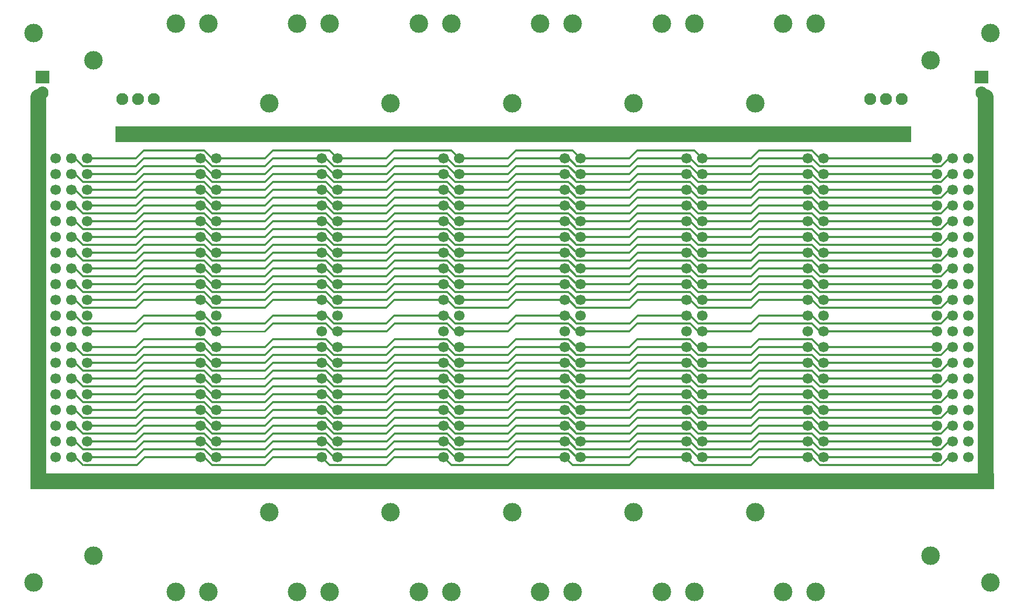
<source format=gbl>
G04 Layer_Physical_Order=2*
G04 Layer_Color=16711680*
%FSLAX25Y25*%
%MOIN*%
G70*
G01*
G75*
%ADD13C,0.04000*%
%ADD15C,0.01201*%
%ADD17R,5.05315X0.09842*%
%ADD20C,0.11811*%
%ADD21C,0.06693*%
%ADD22R,0.08500X0.08000*%
%ADD23O,0.07600X0.08000*%
%ADD24C,0.07600*%
%ADD25C,0.05000*%
%ADD26C,0.01000*%
%ADD27C,0.10000*%
%ADD28R,6.12008X0.09941*%
D13*
X112402Y429370D02*
X115157Y432126D01*
X711614D02*
X714370Y429370D01*
D15*
X215394Y280315D02*
X215453Y280256D01*
X601279Y280256D02*
X603805D01*
X524114D02*
X526640D01*
X446949D02*
X449475D01*
X369783D02*
X372309D01*
X292618D02*
X295144D01*
X256553Y315309D02*
X261500Y320256D01*
X217979D02*
X222926Y315309D01*
X256553D01*
X333644Y265300D02*
X338600Y270256D01*
X300100Y265300D02*
X333644D01*
X261483Y395300D02*
X297574D01*
X256439Y390256D02*
X261483Y395300D01*
X338648D02*
X374739D01*
X302618Y390256D02*
X333604D01*
X338648Y395300D01*
X415814D02*
X451905D01*
X379784Y390256D02*
X410770D01*
X415814Y395300D01*
X492979D02*
X529070D01*
X456949Y390256D02*
X487935D01*
X492979Y395300D01*
X570144D02*
X603765D01*
X534114Y390256D02*
X565100D01*
X570144Y395300D01*
X451905Y195300D02*
X488040D01*
X492996Y200256D02*
X524114D01*
X488040Y195300D02*
X492996Y200256D01*
X374739Y195300D02*
X410875D01*
X415831Y200256D02*
X446949D01*
X410875Y195300D02*
X415831Y200256D01*
X297574Y195300D02*
X333710D01*
X338665Y200256D02*
X369784D01*
X333710Y195300D02*
X338665Y200256D01*
X222935Y195300D02*
X256544D01*
X261500Y200256D02*
X292618D01*
X256544Y195300D02*
X261500Y200256D01*
X608721Y375300D02*
X608721Y375300D01*
X603765Y380256D02*
X608721Y375300D01*
X685865D01*
X611279Y350256D02*
X683346D01*
X608721Y355300D02*
X685865D01*
X603765Y330256D02*
X608721Y325300D01*
X603765Y320256D02*
X608721Y315300D01*
Y305300D02*
X685865D01*
X690820Y310256D01*
X603765Y270256D02*
X608721Y265300D01*
X608721Y255300D02*
X608721Y255300D01*
X603765Y260256D02*
X608721Y255300D01*
X685865D01*
X608563D02*
X608721D01*
X603765Y390256D02*
X608721Y385300D01*
X603765Y370256D02*
X608721Y365300D01*
X603765Y360256D02*
X608721Y355300D01*
X603765Y350256D02*
X608721Y345300D01*
X603765Y340256D02*
X608721Y335300D01*
X603765Y300256D02*
X608721Y295300D01*
X603765Y310256D02*
X608721Y305300D01*
X603765Y290256D02*
X608721Y285300D01*
X603765Y250256D02*
X608721Y245300D01*
X603765Y240256D02*
X608721Y235300D01*
X603765Y230256D02*
X608721Y225300D01*
X603765Y220256D02*
X608721Y215300D01*
X603765Y210256D02*
X608721Y205300D01*
X603765Y200256D02*
X608721Y195300D01*
Y195276D02*
X685039D01*
X608721Y205300D02*
X685865D01*
X611279Y300256D02*
X683346D01*
X685865Y375300D02*
X690820Y380256D01*
X693346D01*
X685865Y365300D02*
X690820Y370256D01*
X693346D01*
X685865Y355300D02*
X690820Y360256D01*
X693346D01*
X685865Y345300D02*
X690820Y350256D01*
X693346D01*
X690820Y310256D02*
X693346D01*
X690820Y320256D02*
X693346D01*
X685865Y315300D02*
X690820Y320256D01*
Y330256D02*
X693346D01*
X685865Y325300D02*
X690820Y330256D01*
Y340256D02*
X693346D01*
X685865Y335300D02*
X690820Y340256D01*
Y270256D02*
X693346D01*
X685865Y265300D02*
X690820Y270256D01*
Y290256D02*
X693346D01*
X685865Y285300D02*
X690820Y290256D01*
Y300256D02*
X693346D01*
X685865Y295300D02*
X690820Y300256D01*
Y230256D02*
X693346D01*
X685865Y225300D02*
X690820Y230256D01*
Y240256D02*
X693346D01*
X685865Y235300D02*
X690820Y240256D01*
Y250256D02*
X693346D01*
X685865Y245300D02*
X690820Y250256D01*
Y260256D02*
X693346D01*
X685865Y255300D02*
X690820Y260256D01*
Y200256D02*
X693346D01*
X685865Y195300D02*
X690820Y200256D01*
Y210256D02*
X693346D01*
X685865Y205300D02*
X690820Y210256D01*
Y220256D02*
X693346D01*
X685865Y215300D02*
X690820Y220256D01*
X685865Y385300D02*
X690820Y390256D01*
X693346D01*
X608721Y385300D02*
X685865D01*
X608721Y365300D02*
X685865D01*
X608721Y345300D02*
X685865D01*
X608721Y335300D02*
X685865D01*
X608721Y325300D02*
X685865D01*
X608721Y315300D02*
X685865D01*
X608721Y295300D02*
X685865D01*
X608721Y285300D02*
X685865D01*
X608721Y265300D02*
X685865D01*
X608721Y245300D02*
X685865D01*
X608721Y235300D02*
X685865D01*
X608721Y225300D02*
X685865D01*
X608721Y215300D02*
X685865D01*
X611279Y200256D02*
X683346D01*
X611279Y210256D02*
X683346D01*
X611279Y220256D02*
X683346D01*
X611279Y230256D02*
X683346D01*
X611279Y240256D02*
X683346D01*
X611279Y250256D02*
X683346D01*
X611279Y260256D02*
X683346D01*
X611279Y280256D02*
X683346D01*
X611279Y310256D02*
X683346D01*
X611279Y340256D02*
X683346D01*
X611279Y330256D02*
X683346D01*
X611279Y360256D02*
X683346D01*
X611279Y380256D02*
X683346D01*
X611279Y370256D02*
X683346D01*
X611279Y390256D02*
X683346D01*
X611279Y320256D02*
X683346D01*
X565300Y195300D02*
X570256Y200256D01*
X529070Y195300D02*
X565300D01*
X570144Y205300D02*
X603765D01*
Y215300D02*
X608810Y210256D01*
X570144Y215300D02*
X603765D01*
X570144Y225300D02*
X603765D01*
X570144Y235300D02*
X603765D01*
X570144Y245300D02*
X603765D01*
X570144Y255300D02*
X603765D01*
X570144Y265300D02*
X603765D01*
X570144Y275300D02*
X603765D01*
X570144Y285300D02*
X603765D01*
X570144Y305300D02*
X603765D01*
X570144Y315300D02*
X603765D01*
X570144Y325300D02*
X603765D01*
X570144Y335300D02*
X603765D01*
X570144Y345300D02*
X603765D01*
X570144Y355300D02*
X603765D01*
X570144Y365300D02*
X603765D01*
X570144Y375300D02*
X603765D01*
X570144Y385300D02*
X603765D01*
Y395300D02*
X608810Y390256D01*
X611279D01*
X603765Y385300D02*
X608810Y380256D01*
X611279D01*
X603765Y375300D02*
X608810Y370256D01*
X611279D01*
X603765Y365300D02*
X608810Y360256D01*
X611279D01*
X603765Y355300D02*
X608810Y350256D01*
X611279D01*
X603765Y205300D02*
X608810Y200256D01*
X611279D01*
X608810Y210256D02*
X611279D01*
X603765Y225300D02*
X608810Y220256D01*
X611279D01*
X603765Y235300D02*
X608810Y230256D01*
X611279D01*
X603765Y245300D02*
X608810Y240256D01*
X611279D01*
X603765Y255300D02*
X608810Y250256D01*
X611279D01*
X603765Y265300D02*
X608810Y260256D01*
X611279D01*
X603765Y275300D02*
X608810Y270256D01*
X611279D01*
X603765Y285300D02*
X608810Y280256D01*
X611279D01*
X603765Y305300D02*
X608810Y300256D01*
X611279D01*
X603765Y315300D02*
X608810Y310256D01*
X611279D01*
X603765Y325300D02*
X608810Y320256D01*
X611279D01*
X608810Y330256D02*
X611279D01*
X603765Y335300D02*
X608810Y330256D01*
Y340256D02*
X611279D01*
X603765Y345300D02*
X608810Y340256D01*
X217890Y205300D02*
X222935Y200256D01*
X179572Y205300D02*
X217890D01*
Y215300D02*
X222935Y210256D01*
X179572Y215300D02*
X217890D01*
Y225300D02*
X222935Y220256D01*
X179572Y225300D02*
X217890D01*
Y235300D02*
X222935Y230256D01*
X179572Y235300D02*
X217890D01*
Y245300D02*
X222935Y240256D01*
X179572Y245300D02*
X217890D01*
Y255300D02*
X222935Y250256D01*
X179572Y255300D02*
X217890D01*
Y265300D02*
X222935Y260256D01*
X179572Y265300D02*
X217890D01*
Y275300D02*
X222935Y270256D01*
X179572Y275300D02*
X217890D01*
Y285300D02*
X222935Y280256D01*
X179572Y285300D02*
X217890D01*
Y305300D02*
X222935Y300256D01*
X179572Y305300D02*
X217890D01*
Y315300D02*
X222935Y310256D01*
X179572Y315300D02*
X217890D01*
X179572Y325300D02*
X179573Y325300D01*
X217890D01*
X174528Y320256D02*
X179572Y325300D01*
X143425Y320256D02*
X174528D01*
X217890Y335300D02*
X222935Y330256D01*
X179572Y335300D02*
X217890D01*
Y345300D02*
X222935Y340256D01*
X179572Y345300D02*
X217890D01*
Y355300D02*
X222935Y350256D01*
X179572Y355300D02*
X217890D01*
Y365300D02*
X222935Y360256D01*
X179572Y365300D02*
X217890D01*
Y375300D02*
X222935Y370256D01*
X179572Y375300D02*
X217890D01*
Y385300D02*
X222935Y380256D01*
X179572Y385300D02*
X217890D01*
X179572Y395300D02*
X179573Y395300D01*
X217890D01*
X174528Y390256D02*
X179572Y395300D01*
X143425Y390256D02*
X174528D01*
Y370256D02*
X179572Y375300D01*
X143425Y370256D02*
X174528D01*
Y380256D02*
X179572Y385300D01*
X143425Y380256D02*
X174528D01*
Y360256D02*
X179572Y365300D01*
X143425Y360256D02*
X174528D01*
Y350256D02*
X179572Y355300D01*
X143425Y350256D02*
X174528D01*
Y330256D02*
X179572Y335300D01*
X143425Y330256D02*
X174528D01*
Y340256D02*
X179572Y345300D01*
X143425Y340256D02*
X174528D01*
Y300256D02*
X179572Y305300D01*
X143425Y300256D02*
X174528D01*
Y310256D02*
X179572Y315300D01*
X143425Y310256D02*
X174528D01*
Y280256D02*
X179572Y285300D01*
X143425Y280256D02*
X174528D01*
Y270256D02*
X179572Y275300D01*
X143425Y270256D02*
X174528D01*
Y260256D02*
X179572Y265300D01*
X143425Y260256D02*
X174528D01*
Y250256D02*
X179572Y255300D01*
X143425Y250256D02*
X174528D01*
Y240256D02*
X179572Y245300D01*
X143425Y240256D02*
X174528D01*
Y230256D02*
X179572Y235300D01*
X143425Y230256D02*
X174528D01*
Y220256D02*
X179572Y225300D01*
X143425Y220256D02*
X174528D01*
Y210256D02*
X179572Y215300D01*
X143425Y210256D02*
X174528D01*
Y200256D02*
X179572Y205300D01*
X143425Y200256D02*
X174528D01*
X222935Y230256D02*
X225453D01*
X222935Y250256D02*
X225453D01*
X222935Y280256D02*
X225453D01*
X217890Y325300D02*
X222935Y320256D01*
X217890Y395300D02*
X222935Y390256D01*
X215453Y390256D02*
X215453Y390256D01*
X179472Y390256D02*
X215453D01*
Y380256D02*
X215453Y380256D01*
X179472Y380256D02*
X215453D01*
Y370256D02*
X215453Y370256D01*
X179472Y370256D02*
X215453D01*
Y360256D02*
X215453Y360256D01*
X179472Y360256D02*
X215453D01*
Y350256D02*
X215453Y350256D01*
X179472Y350256D02*
X215453D01*
Y340256D02*
X215453Y340256D01*
X179472Y340256D02*
X215453D01*
Y330256D02*
X215453Y330256D01*
X179472Y330256D02*
X215453D01*
Y320256D02*
X215453Y320256D01*
X179472Y320256D02*
X215453D01*
Y310256D02*
X215453Y310256D01*
X179472Y310256D02*
X215453D01*
Y300256D02*
X215453Y300256D01*
X179472Y300256D02*
X215453D01*
Y290256D02*
X215453Y290256D01*
X179472Y290256D02*
X215453D01*
Y280256D02*
X215453Y280256D01*
X215453Y270256D02*
X215453Y270256D01*
X179472Y270256D02*
X215453D01*
Y260256D02*
X215453Y260256D01*
X179472Y260256D02*
X215453D01*
Y250256D02*
X215453Y250256D01*
X179472Y250256D02*
X215453D01*
Y240256D02*
X215453Y240256D01*
X179472Y240256D02*
X215453D01*
X179472Y230256D02*
X179473Y230256D01*
X215453Y220256D02*
X215453Y220256D01*
X179472Y220256D02*
X215453D01*
Y210256D02*
X215453Y210256D01*
X179472Y210256D02*
X215453D01*
X180298Y200231D02*
X215428D01*
X215453Y200256D01*
X175342Y195276D02*
X180298Y200231D01*
X141732Y195276D02*
X175342D01*
X174517Y205300D02*
X179472Y210256D01*
X140907Y205300D02*
X174517D01*
Y215300D02*
X179472Y220256D01*
X140907Y215300D02*
X174517D01*
Y225300D02*
X179472Y230256D01*
X140907Y225300D02*
X174517D01*
Y235300D02*
X179472Y240256D01*
X140907Y235300D02*
X174517D01*
Y245300D02*
X179472Y250256D01*
X140907Y245300D02*
X174517D01*
Y255300D02*
X179472Y260256D01*
X140907Y255300D02*
X174517D01*
Y265300D02*
X179472Y270256D01*
X140907Y265300D02*
X174517D01*
Y285300D02*
X179472Y290256D01*
X140907Y285300D02*
X174517D01*
Y295300D02*
X179472Y300256D01*
X140907Y295300D02*
X174517D01*
Y305300D02*
X179472Y310256D01*
X140907Y305300D02*
X174517D01*
Y315300D02*
X179472Y320256D01*
X140907Y315300D02*
X174517D01*
Y325300D02*
X179472Y330256D01*
X140907Y325300D02*
X174517D01*
Y335300D02*
X179472Y340256D01*
X140907Y335300D02*
X174517D01*
Y345300D02*
X179472Y350256D01*
X140907Y345300D02*
X174517D01*
Y355300D02*
X179472Y360256D01*
X140907Y355300D02*
X174517D01*
Y365300D02*
X179472Y370256D01*
X140907Y365300D02*
X174517D01*
Y375300D02*
X179472Y380256D01*
X140907Y375300D02*
X174517D01*
Y385300D02*
X179472Y390256D01*
X140907Y385300D02*
X174517D01*
X133425Y390256D02*
X135951D01*
X140907Y385300D01*
X135951Y220256D02*
X140907Y215300D01*
X133425Y220256D02*
X135951D01*
Y210256D02*
X140907Y205300D01*
X133425Y210256D02*
X135951D01*
Y200256D02*
X140907Y195300D01*
X133425Y200256D02*
X135951D01*
Y260256D02*
X140907Y255300D01*
X133425Y260256D02*
X135951D01*
Y250256D02*
X140907Y245300D01*
X133425Y250256D02*
X135951D01*
Y240256D02*
X140907Y235300D01*
X133425Y240256D02*
X135951D01*
Y230256D02*
X140907Y225300D01*
X133425Y230256D02*
X135951D01*
Y300256D02*
X140907Y295300D01*
X133425Y300256D02*
X135951D01*
Y290256D02*
X140907Y285300D01*
X133425Y290256D02*
X135951D01*
Y270256D02*
X140907Y265300D01*
X133425Y270256D02*
X135951D01*
Y340256D02*
X140907Y335300D01*
X133425Y340256D02*
X135951D01*
Y330256D02*
X140907Y325300D01*
X133425Y330256D02*
X135951D01*
Y320256D02*
X140907Y315300D01*
X133425Y320256D02*
X135951D01*
Y310256D02*
X140907Y305300D01*
X133425Y310256D02*
X135951D01*
X133425Y350256D02*
X135951D01*
X140907Y345300D01*
X133425Y360256D02*
X135951D01*
X140907Y355300D01*
X133425Y370256D02*
X135951D01*
X140907Y365300D01*
X133425Y380256D02*
X135951D01*
X140907Y375300D01*
X222935Y385300D02*
X256544D01*
X222935Y375300D02*
X256544D01*
X222935Y365300D02*
X256544D01*
X222935Y355300D02*
X256544D01*
X222935Y345300D02*
X256544D01*
X222935Y335300D02*
X256544D01*
X222935Y325300D02*
X256544D01*
X222935Y305300D02*
X256544D01*
X222935Y295300D02*
X256544D01*
X222935Y285300D02*
X256544D01*
X222935Y265300D02*
X256544D01*
X222935Y255300D02*
X256544D01*
X222935Y245300D02*
X256544D01*
X222935Y235300D02*
X256544D01*
X222935Y225300D02*
X256544D01*
X222935Y215300D02*
X256544D01*
X222935Y205300D02*
X256544D01*
X215453Y200256D02*
X217979D01*
X222935Y195300D01*
X215453Y210256D02*
X217979D01*
X222935Y205300D01*
X215453Y220256D02*
X217979D01*
X222935Y215300D01*
X217979Y230256D02*
X222935Y225300D01*
X215453Y240256D02*
X217979D01*
X222935Y235300D01*
X215453Y250256D02*
X217979D01*
X222935Y245300D01*
X215453Y260256D02*
X217979D01*
X222935Y255300D01*
X215453Y270256D02*
X217979D01*
X222935Y265300D01*
X215453Y280256D02*
X217979D01*
X215453Y290256D02*
X217979D01*
X222935Y285300D01*
X215453Y300256D02*
X217979D01*
X222935Y295300D01*
X215453Y310256D02*
X217979D01*
X222935Y305300D01*
X215453Y320256D02*
X217979D01*
X215453Y330256D02*
X217979D01*
X222935Y325300D01*
X215453Y340256D02*
X217979D01*
X222935Y335300D01*
X215453Y350256D02*
X217979D01*
X222935Y345300D01*
X215453Y360256D02*
X217979D01*
X222935Y355300D01*
X215453Y370256D02*
X217979D01*
X222935Y365300D01*
X215453Y380256D02*
X217979D01*
X222935Y375300D01*
X215453Y390256D02*
X217979D01*
X222935Y385300D01*
X449400Y290256D02*
X454356Y285300D01*
X488100D01*
X493056Y290256D01*
X410844Y285300D02*
X415800Y290256D01*
X377300Y285300D02*
X410844D01*
X372344Y290256D02*
X377300Y285300D01*
X526600Y290256D02*
X531556Y285300D01*
X565300D01*
X570256Y290256D01*
X333644Y285300D02*
X338600Y290256D01*
X300100Y285300D02*
X333644D01*
X295144Y290256D02*
X300100Y285300D01*
X449400Y300256D02*
X454356Y295300D01*
X488100D01*
X493056Y300256D01*
X410844Y295300D02*
X415800Y300256D01*
X377300Y295300D02*
X410844D01*
X372344Y300256D02*
X377300Y295300D01*
X526600Y300256D02*
X531556Y295300D01*
X565300D01*
X570256Y300256D01*
X333644Y295300D02*
X338600Y300256D01*
X300100Y295300D02*
X333644D01*
X295144Y300256D02*
X300100Y295300D01*
X449400Y310256D02*
X454356Y305300D01*
X488100D01*
X493056Y310256D01*
X410844Y305300D02*
X415800Y310256D01*
X377300Y305300D02*
X410844D01*
X372344Y310256D02*
X377300Y305300D01*
X526600Y310256D02*
X531556Y305300D01*
X565300D01*
X570256Y310256D01*
X333644Y305300D02*
X338600Y310256D01*
X300100Y305300D02*
X333644D01*
X295144Y310256D02*
X300100Y305300D01*
X256544D02*
X261500Y310256D01*
X449400Y320256D02*
X454356Y315300D01*
X488100D01*
X493056Y320256D01*
X410844Y315300D02*
X415800Y320256D01*
X377300Y315300D02*
X410844D01*
X372344Y320256D02*
X377300Y315300D01*
X526600Y320256D02*
X531556Y315300D01*
X565300D01*
X570256Y320256D01*
X333644Y315300D02*
X338600Y320256D01*
X300100Y315300D02*
X333644D01*
X295144Y320256D02*
X300100Y315300D01*
X449400Y330256D02*
X454356Y325300D01*
X488100D01*
X493056Y330256D01*
X410844Y325300D02*
X415800Y330256D01*
X377300Y325300D02*
X410844D01*
X372344Y330256D02*
X377300Y325300D01*
X526600Y330256D02*
X531556Y325300D01*
X565300D01*
X570256Y330256D01*
X333644Y325300D02*
X338600Y330256D01*
X300100Y325300D02*
X333644D01*
X295144Y330256D02*
X300100Y325300D01*
X256544D02*
X261500Y330256D01*
X449400Y340256D02*
X454356Y335300D01*
X488100D01*
X493056Y340256D01*
X410844Y335300D02*
X415800Y340256D01*
X377300Y335300D02*
X410844D01*
X372344Y340256D02*
X377300Y335300D01*
X526600Y340256D02*
X531556Y335300D01*
X565300D01*
X570256Y340256D01*
X333644Y335300D02*
X338600Y340256D01*
X300100Y335300D02*
X333644D01*
X295144Y340256D02*
X300100Y335300D01*
X256544D02*
X261500Y340256D01*
X449400Y350256D02*
X454356Y345300D01*
X488100D01*
X493056Y350256D01*
X410844Y345300D02*
X415800Y350256D01*
X377300Y345300D02*
X410844D01*
X372344Y350256D02*
X377300Y345300D01*
X526600Y350256D02*
X531556Y345300D01*
X565300D01*
X570256Y350256D01*
X333644Y345300D02*
X338600Y350256D01*
X300100Y345300D02*
X333644D01*
X295144Y350256D02*
X300100Y345300D01*
X256544D02*
X261500Y350256D01*
X449400Y360256D02*
X454356Y355300D01*
X488100D01*
X493056Y360256D01*
X410844Y355300D02*
X415800Y360256D01*
X377300Y355300D02*
X410844D01*
X372344Y360256D02*
X377300Y355300D01*
X526600Y360256D02*
X531556Y355300D01*
X565300D01*
X570256Y360256D01*
X333644Y355300D02*
X338600Y360256D01*
X300100Y355300D02*
X333644D01*
X295144Y360256D02*
X300100Y355300D01*
X256544D02*
X261500Y360256D01*
X449400Y370256D02*
X454356Y365300D01*
X488100D01*
X493056Y370256D01*
X410844Y365300D02*
X415800Y370256D01*
X377300Y365300D02*
X410844D01*
X372344Y370256D02*
X377300Y365300D01*
X526600Y370256D02*
X531556Y365300D01*
X565300D01*
X570256Y370256D01*
X333644Y365300D02*
X338600Y370256D01*
X300100Y365300D02*
X333644D01*
X295144Y370256D02*
X300100Y365300D01*
X256544D02*
X261500Y370256D01*
X449400Y380256D02*
X454356Y375300D01*
X488100D01*
X493056Y380256D01*
X410844Y375300D02*
X415800Y380256D01*
X377300Y375300D02*
X410844D01*
X372344Y380256D02*
X377300Y375300D01*
X526600Y380256D02*
X531556Y375300D01*
X565300D01*
X570256Y380256D01*
X333644Y375300D02*
X338600Y380256D01*
X300100Y375300D02*
X333644D01*
X295144Y380256D02*
X300100Y375300D01*
X256544D02*
X261500Y380256D01*
X449400Y390256D02*
X454356Y385300D01*
X488100D01*
X493056Y390256D01*
X410844Y385300D02*
X415800Y390256D01*
X377300Y385300D02*
X410844D01*
X372344Y390256D02*
X377300Y385300D01*
X526600Y390256D02*
X531556Y385300D01*
X565300D01*
X570256Y390256D01*
X333644Y385300D02*
X338600Y390256D01*
X300100Y385300D02*
X333644D01*
X295144Y390256D02*
X300100Y385300D01*
X256544D02*
X261500Y390256D01*
X488000Y380256D02*
X493044Y385300D01*
X526600D01*
X531644Y380256D01*
X449356Y385300D02*
X454400Y380256D01*
X415900Y385300D02*
X449356D01*
X410856Y380256D02*
X415900Y385300D01*
X372256D02*
X377300Y380256D01*
X338800Y385300D02*
X372256D01*
X333756Y380256D02*
X338800Y385300D01*
X295056D02*
X300100Y380256D01*
X261600Y385300D02*
X295056D01*
X256556Y380256D02*
X261600Y385300D01*
X488000Y370256D02*
X493044Y375300D01*
X526600D01*
X531644Y370256D01*
X449356Y375300D02*
X454400Y370256D01*
X415900Y375300D02*
X449356D01*
X410856Y370256D02*
X415900Y375300D01*
X372256D02*
X377300Y370256D01*
X338800Y375300D02*
X372256D01*
X333756Y370256D02*
X338800Y375300D01*
X295056D02*
X300100Y370256D01*
X261600Y375300D02*
X295056D01*
X256556Y370256D02*
X261600Y375300D01*
X488000Y360256D02*
X493044Y365300D01*
X526600D01*
X531644Y360256D01*
X449356Y365300D02*
X454400Y360256D01*
X415900Y365300D02*
X449356D01*
X410856Y360256D02*
X415900Y365300D01*
X372256D02*
X377300Y360256D01*
X338800Y365300D02*
X372256D01*
X333756Y360256D02*
X338800Y365300D01*
X295056D02*
X300100Y360256D01*
X261600Y365300D02*
X295056D01*
X256556Y360256D02*
X261600Y365300D01*
X488000Y350256D02*
X493044Y355300D01*
X526600D01*
X531644Y350256D01*
X449356Y355300D02*
X454400Y350256D01*
X415900Y355300D02*
X449356D01*
X410856Y350256D02*
X415900Y355300D01*
X372256D02*
X377300Y350256D01*
X338800Y355300D02*
X372256D01*
X333756Y350256D02*
X338800Y355300D01*
X295056D02*
X300100Y350256D01*
X261600Y355300D02*
X295056D01*
X256556Y350256D02*
X261600Y355300D01*
X488000Y340256D02*
X493044Y345300D01*
X526600D01*
X531644Y340256D01*
X449356Y345300D02*
X454400Y340256D01*
X415900Y345300D02*
X449356D01*
X410856Y340256D02*
X415900Y345300D01*
X372256D02*
X377300Y340256D01*
X338800Y345300D02*
X372256D01*
X333756Y340256D02*
X338800Y345300D01*
X295056D02*
X300100Y340256D01*
X261600Y345300D02*
X295056D01*
X256556Y340256D02*
X261600Y345300D01*
X488000Y260256D02*
X493044Y265300D01*
X526600D01*
X531644Y260256D01*
X449356Y265300D02*
X454400Y260256D01*
X415900Y265300D02*
X449356D01*
X410856Y260256D02*
X415900Y265300D01*
X565100Y260256D02*
X570144Y265300D01*
X372256D02*
X377300Y260256D01*
X338800Y265300D02*
X372256D01*
X333756Y260256D02*
X338800Y265300D01*
X295056D02*
X300100Y260256D01*
X261600Y265300D02*
X295056D01*
X256556Y260256D02*
X261600Y265300D01*
X488000Y250256D02*
X493044Y255300D01*
X526600D01*
X531644Y250256D01*
X449356Y255300D02*
X454400Y250256D01*
X415900Y255300D02*
X449356D01*
X410856Y250256D02*
X415900Y255300D01*
X565100Y250256D02*
X570144Y255300D01*
X372256D02*
X377300Y250256D01*
X338800Y255300D02*
X372256D01*
X333756Y250256D02*
X338800Y255300D01*
X295056D02*
X300100Y250256D01*
X261600Y255300D02*
X295056D01*
X256556Y250256D02*
X261600Y255300D01*
X488000Y280256D02*
X493044Y285300D01*
X526600D01*
X531644Y280256D01*
X449356Y285300D02*
X454400Y280256D01*
X415900Y285300D02*
X449356D01*
X410856Y280256D02*
X415900Y285300D01*
X372256D02*
X377300Y280256D01*
X338800Y285300D02*
X372256D01*
X333756Y280256D02*
X338800Y285300D01*
X295056D02*
X300100Y280256D01*
X261600Y285300D02*
X295056D01*
X256556Y280256D02*
X261600Y285300D01*
X488000Y320256D02*
X493044Y325300D01*
X526600D01*
X531644Y320256D01*
X449356Y325300D02*
X454400Y320256D01*
X415900Y325300D02*
X449356D01*
X410856Y320256D02*
X415900Y325300D01*
X565100Y320256D02*
X570144Y325300D01*
X372256D02*
X377300Y320256D01*
X338800Y325300D02*
X372256D01*
X333756Y320256D02*
X338800Y325300D01*
X295056D02*
X300100Y320256D01*
X261600Y325300D02*
X295056D01*
X256556Y320256D02*
X261600Y325300D01*
X488000Y330256D02*
X493044Y335300D01*
X526600D01*
X531644Y330256D01*
X449356Y335300D02*
X454400Y330256D01*
X415900Y335300D02*
X449356D01*
X410856Y330256D02*
X415900Y335300D01*
X372256D02*
X377300Y330256D01*
X338800Y335300D02*
X372256D01*
X333756Y330256D02*
X338800Y335300D01*
X295056D02*
X300100Y330256D01*
X261600Y335300D02*
X295056D01*
X256556Y330256D02*
X261600Y335300D01*
X488000Y310256D02*
X493044Y315300D01*
X526600D01*
X531644Y310256D01*
X449356Y315300D02*
X454400Y310256D01*
X415900Y315300D02*
X449356D01*
X410856Y310256D02*
X415900Y315300D01*
X372256D02*
X377300Y310256D01*
X338800Y315300D02*
X372256D01*
X333756Y310256D02*
X338800Y315300D01*
X295056D02*
X300100Y310256D01*
X261600Y315300D02*
X295056D01*
X256556Y310256D02*
X261600Y315300D01*
X488000Y300256D02*
X493044Y305300D01*
X526600D01*
X531644Y300256D01*
X449356Y305300D02*
X454400Y300256D01*
X415900Y305300D02*
X449356D01*
X410856Y300256D02*
X415900Y305300D01*
X372256D02*
X377300Y300256D01*
X338800Y305300D02*
X372256D01*
X333756Y300256D02*
X338800Y305300D01*
X295056D02*
X300100Y300256D01*
X261600Y305300D02*
X295056D01*
X256556Y300256D02*
X261600Y305300D01*
X488000Y270256D02*
X493044Y275300D01*
X526600D01*
X531644Y270256D01*
X449356Y275300D02*
X454400Y270256D01*
X415900Y275300D02*
X449356D01*
X410856Y270256D02*
X415900Y275300D01*
X372256D02*
X377300Y270256D01*
X338800Y275300D02*
X372256D01*
X333756Y270256D02*
X338800Y275300D01*
X295056D02*
X300100Y270256D01*
X261600Y275300D02*
X295056D01*
X256556Y270256D02*
X261600Y275300D01*
X449400Y220256D02*
X454356Y215300D01*
X488100D01*
X493056Y220256D01*
X410844Y215300D02*
X415800Y220256D01*
X377300Y215300D02*
X410844D01*
X372344Y220256D02*
X377300Y215300D01*
X526600Y220256D02*
X531556Y215300D01*
X565300D01*
X570256Y220256D01*
X333644Y215300D02*
X338600Y220256D01*
X300100Y215300D02*
X333644D01*
X295144Y220256D02*
X300100Y215300D01*
X256544D02*
X261500Y220256D01*
X449400Y240256D02*
X454356Y235300D01*
X488100D01*
X493056Y240256D01*
X410844Y235300D02*
X415800Y240256D01*
X377300Y235300D02*
X410844D01*
X372344Y240256D02*
X377300Y235300D01*
X526600Y240256D02*
X531556Y235300D01*
X565300D01*
X570256Y240256D01*
X333644Y235300D02*
X338600Y240256D01*
X300100Y235300D02*
X333644D01*
X295144Y240256D02*
X300100Y235300D01*
X256544D02*
X261500Y240256D01*
X488000Y220256D02*
X493044Y225300D01*
X526600D01*
X531644Y220256D01*
X449356Y225300D02*
X454400Y220256D01*
X415900Y225300D02*
X449356D01*
X410856Y220256D02*
X415900Y225300D01*
X565100Y220256D02*
X570144Y225300D01*
X372256D02*
X377300Y220256D01*
X338800Y225300D02*
X372256D01*
X333756Y220256D02*
X338800Y225300D01*
X295056D02*
X300100Y220256D01*
X261600Y225300D02*
X295056D01*
X256556Y220256D02*
X261600Y225300D01*
X488000Y240256D02*
X493044Y245300D01*
X526600D01*
X531644Y240256D01*
X449356Y245300D02*
X454400Y240256D01*
X415900Y245300D02*
X449356D01*
X410856Y240256D02*
X415900Y245300D01*
X372256D02*
X377300Y240256D01*
X338800Y245300D02*
X372256D01*
X333756Y240256D02*
X338800Y245300D01*
X295056D02*
X300100Y240256D01*
X261600Y245300D02*
X295056D01*
X256556Y240256D02*
X261600Y245300D01*
X488000Y200256D02*
X493044Y205300D01*
X526600D01*
X531644Y200256D01*
X449356Y205300D02*
X454400Y200256D01*
X415900Y205300D02*
X449356D01*
X410856Y200256D02*
X415900Y205300D01*
X565100Y200256D02*
X570144Y205300D01*
X372256D02*
X377300Y200256D01*
X338800Y205300D02*
X372256D01*
X333756Y200256D02*
X338800Y205300D01*
X295056D02*
X300100Y200256D01*
X261600Y205300D02*
X295056D01*
X256556Y200256D02*
X261600Y205300D01*
X449400Y260256D02*
X454356Y255300D01*
X488100D01*
X493056Y260256D01*
X410844Y255300D02*
X415800Y260256D01*
X377300Y255300D02*
X410844D01*
X372344Y260256D02*
X377300Y255300D01*
X526600Y260256D02*
X531556Y255300D01*
X565300D01*
X570256Y260256D01*
X333644Y255300D02*
X338600Y260256D01*
X300100Y255300D02*
X333644D01*
X295144Y260256D02*
X300100Y255300D01*
X256544D02*
X261500Y260256D01*
X488000Y210256D02*
X493044Y215300D01*
X526600D01*
X531644Y210256D01*
X449356Y215300D02*
X454400Y210256D01*
X415900Y215300D02*
X449356D01*
X410856Y210256D02*
X415900Y215300D01*
X372256D02*
X377300Y210256D01*
X338800Y215300D02*
X372256D01*
X333756Y210256D02*
X338800Y215300D01*
X295056D02*
X300100Y210256D01*
X261600Y215300D02*
X295056D01*
X256556Y210256D02*
X261600Y215300D01*
X488000Y230256D02*
X493044Y235300D01*
X526600D01*
X531644Y230256D01*
X449356Y235300D02*
X454400Y230256D01*
X415900Y235300D02*
X449356D01*
X410856Y230256D02*
X415900Y235300D01*
X372256D02*
X377300Y230256D01*
X338800Y235300D02*
X372256D01*
X333756Y230256D02*
X338800Y235300D01*
X295056D02*
X300100Y230256D01*
X261600Y235300D02*
X295056D01*
X256556Y230256D02*
X261600Y235300D01*
X449400Y250256D02*
X454356Y245300D01*
X488100D01*
X493056Y250256D01*
X410844Y245300D02*
X415800Y250256D01*
X377300Y245300D02*
X410844D01*
X372344Y250256D02*
X377300Y245300D01*
X526600Y250256D02*
X531556Y245300D01*
X565300D01*
X570256Y250256D01*
X333644Y245300D02*
X338600Y250256D01*
X300100Y245300D02*
X333644D01*
X295144Y250256D02*
X300100Y245300D01*
X449400Y270256D02*
X454356Y265300D01*
X488100D01*
X493056Y270256D01*
X410844Y265300D02*
X415800Y270256D01*
X377300Y265300D02*
X410844D01*
X372344Y270256D02*
X377300Y265300D01*
X526600Y270256D02*
X531556Y265300D01*
X565300D01*
X570256Y270256D01*
X295144D02*
X300100Y265300D01*
X449400Y230256D02*
X454356Y225300D01*
X488100D01*
X493056Y230256D01*
X410844Y225300D02*
X415800Y230256D01*
X377300Y225300D02*
X410844D01*
X372344Y230256D02*
X377300Y225300D01*
X526600Y230256D02*
X531556Y225300D01*
X565300D01*
X570256Y230256D01*
X333644Y225300D02*
X338600Y230256D01*
X300100Y225300D02*
X333644D01*
X295144Y230256D02*
X300100Y225300D01*
X449400Y210256D02*
X454356Y205300D01*
X488100D01*
X493056Y210256D01*
X410844Y205300D02*
X415800Y210256D01*
X377300Y205300D02*
X410844D01*
X372344Y210256D02*
X377300Y205300D01*
X526600Y210256D02*
X531556Y205300D01*
X565300D01*
X570256Y210256D01*
X333644Y205300D02*
X338600Y210256D01*
X300100Y205300D02*
X333644D01*
X295144Y210256D02*
X300100Y205300D01*
X256544Y285300D02*
X261500Y290256D01*
X256544Y295300D02*
X261500Y300256D01*
X256544Y265300D02*
X261500Y270256D01*
X256544Y245300D02*
X261500Y250256D01*
X256544Y225300D02*
X261500Y230256D01*
X256544Y205300D02*
X261500Y210256D01*
X529070Y395300D02*
X534114Y390256D01*
X451905Y395300D02*
X456949Y390256D01*
X374739Y395300D02*
X379784Y390256D01*
X297574Y395300D02*
X302618Y390256D01*
X565100Y380256D02*
X570144Y385300D01*
X565100Y370256D02*
X570144Y375300D01*
X565100Y360256D02*
X570144Y365300D01*
X565100Y350256D02*
X570144Y355300D01*
X565100Y340256D02*
X570144Y345300D01*
X565100Y280256D02*
X570144Y285300D01*
X565100Y330256D02*
X570144Y335300D01*
X565100Y310256D02*
X570144Y315300D01*
X565100Y300256D02*
X570144Y305300D01*
X565100Y270256D02*
X570144Y275300D01*
X565100Y240256D02*
X570144Y245300D01*
X565100Y210256D02*
X570144Y215300D01*
X565100Y230256D02*
X570144Y235300D01*
X446949Y200256D02*
X451905Y195300D01*
X369784Y200256D02*
X374739Y195300D01*
X524114Y200256D02*
X529070Y195300D01*
X292618Y200256D02*
X297574Y195300D01*
X133425Y280256D02*
X135951D01*
X261500Y360256D02*
X295144D01*
X338600D02*
X372344D01*
X415800D02*
X449400D01*
X493056D02*
X526600D01*
X570256D02*
X603765D01*
X261500Y260256D02*
X295144D01*
X338600D02*
X372344D01*
X415800D02*
X449400D01*
X493056D02*
X526600D01*
X570256D02*
X603765D01*
X222935Y350256D02*
X256556D01*
X377300D02*
X410856D01*
X300100D02*
X333756D01*
X531644D02*
X565100D01*
X454400D02*
X488000D01*
X222935Y300256D02*
X256556D01*
X377300D02*
X410856D01*
X300100D02*
X333756D01*
X531644D02*
X565100D01*
X454400D02*
X488000D01*
X261500Y350256D02*
X295144D01*
X338600D02*
X372344D01*
X415800D02*
X449400D01*
X493056D02*
X526600D01*
X570256D02*
X603765D01*
X261500Y290256D02*
X295144D01*
X338600D02*
X372344D01*
X415800D02*
X449400D01*
X493056D02*
X526600D01*
X570256D02*
X603765D01*
X261500Y210256D02*
X295144D01*
X338600D02*
X372344D01*
X415800D02*
X449400D01*
X493056D02*
X526600D01*
X570256D02*
X603765D01*
X222935Y360256D02*
X256556D01*
X377300D02*
X410856D01*
X300100D02*
X333756D01*
X531644D02*
X565100D01*
X454400D02*
X488000D01*
X222935Y310256D02*
X256556D01*
X377300D02*
X410856D01*
X300100D02*
X333756D01*
X531644D02*
X565100D01*
X454400D02*
X488000D01*
X222935Y200256D02*
X256556D01*
X377300D02*
X410856D01*
X300100D02*
X333756D01*
X454400D02*
X488000D01*
X531644D02*
X565100D01*
X261500Y330256D02*
X295144D01*
X338600D02*
X372344D01*
X415800D02*
X449400D01*
X493056D02*
X526600D01*
X570256D02*
X603765D01*
X261500Y300256D02*
X295144D01*
X338600D02*
X372344D01*
X415800D02*
X449400D01*
X493056D02*
X526600D01*
X570256D02*
X603765D01*
X179473Y230256D02*
X217979D01*
X261500D02*
X295144D01*
X338600D02*
X372344D01*
X415800D02*
X449400D01*
X493056D02*
X526600D01*
X570256D02*
X603765D01*
X222935Y370256D02*
X256556D01*
X377300D02*
X410856D01*
X300100D02*
X333756D01*
X531644D02*
X565100D01*
X454400D02*
X488000D01*
X222935Y330256D02*
X256556D01*
X377300D02*
X410856D01*
X300100D02*
X333756D01*
X531644D02*
X565100D01*
X454400D02*
X488000D01*
X222935Y240256D02*
X256556D01*
X377300D02*
X410856D01*
X300100D02*
X333756D01*
X454400D02*
X488000D01*
X531644D02*
X565100D01*
X261500Y320256D02*
X295144D01*
X338600D02*
X372344D01*
X415800D02*
X449400D01*
X493056D02*
X526600D01*
X570256D02*
X603765D01*
X261500Y270256D02*
X295144D01*
X338600D02*
X372344D01*
X415800D02*
X449400D01*
X493056D02*
X526600D01*
X570256D02*
X603765D01*
X222935Y380256D02*
X256556D01*
X377300D02*
X410856D01*
X300100D02*
X333756D01*
X531644D02*
X565100D01*
X454400D02*
X488000D01*
X222935Y320256D02*
X256556D01*
X300100D02*
X333756D01*
X377300D02*
X410856D01*
X454400D02*
X488000D01*
X531644D02*
X565100D01*
X222935Y220256D02*
X256556D01*
X377300D02*
X410856D01*
X300100D02*
X333756D01*
X454400D02*
X488000D01*
X531644D02*
X565100D01*
X261500Y310256D02*
X295144D01*
X338600D02*
X372344D01*
X415800D02*
X449400D01*
X493056D02*
X526600D01*
X570256D02*
X603765D01*
X261500Y250256D02*
X295144D01*
X338600D02*
X372344D01*
X415800D02*
X449400D01*
X493056D02*
X526600D01*
X570256D02*
X603765D01*
X261500Y240256D02*
X295144D01*
X338600D02*
X372344D01*
X415800D02*
X449400D01*
X493056D02*
X526600D01*
X570256D02*
X603765D01*
X222935Y390256D02*
X256439D01*
X300100Y280256D02*
X333756D01*
X377300D02*
X410856D01*
X454400D02*
X488000D01*
X531644D02*
X565100D01*
X261500Y390256D02*
X295144D01*
X338600D02*
X372344D01*
X415800D02*
X449400D01*
X493056D02*
X526600D01*
X570256D02*
X603765D01*
X261500Y340256D02*
X295144D01*
X338600D02*
X372344D01*
X415800D02*
X449400D01*
X493056D02*
X526600D01*
X570256D02*
X603765D01*
X261500Y220256D02*
X295144D01*
X338600D02*
X372344D01*
X415800D02*
X449400D01*
X493056D02*
X526600D01*
X570256D02*
X603765D01*
X570256Y200256D02*
X603765D01*
X300100Y250256D02*
X333756D01*
X377300D02*
X410856D01*
X454400D02*
X488000D01*
X531644D02*
X565100D01*
X261500Y380256D02*
X295144D01*
X338600D02*
X372344D01*
X415800D02*
X449400D01*
X493056D02*
X526600D01*
X570256D02*
X603765D01*
X222935Y260256D02*
X256556D01*
X377300D02*
X410856D01*
X300100D02*
X333756D01*
X454400D02*
X488000D01*
X531644D02*
X565100D01*
X300100Y230256D02*
X333756D01*
X377300D02*
X410856D01*
X454400D02*
X488000D01*
X531644D02*
X565100D01*
X261500Y370256D02*
X295144D01*
X338600D02*
X372344D01*
X415800D02*
X449400D01*
X493056D02*
X526600D01*
X570256D02*
X603765D01*
X222935Y340256D02*
X256556D01*
X377300D02*
X410856D01*
X300100D02*
X333756D01*
X531644D02*
X565100D01*
X454400D02*
X488000D01*
X222935Y270256D02*
X256556D01*
X377300D02*
X410856D01*
X300100D02*
X333756D01*
X454400D02*
X488000D01*
X531644D02*
X565100D01*
X611221Y270256D02*
X683346D01*
X222935Y210256D02*
X256556D01*
X377300D02*
X410856D01*
X300100D02*
X333756D01*
X454400D02*
X488000D01*
X531644D02*
X565100D01*
D17*
X414075Y405512D02*
D03*
D20*
X147638Y452756D02*
D03*
X679134D02*
D03*
Y137795D02*
D03*
X147638D02*
D03*
X717165Y120630D02*
D03*
Y469921D02*
D03*
X109606Y120630D02*
D03*
Y469921D02*
D03*
X508464Y475984D02*
D03*
Y114567D02*
D03*
X529134D02*
D03*
Y475984D02*
D03*
X451968D02*
D03*
Y114567D02*
D03*
X431299D02*
D03*
Y475984D02*
D03*
X354134D02*
D03*
Y114567D02*
D03*
X374803D02*
D03*
Y475984D02*
D03*
X297638D02*
D03*
Y114567D02*
D03*
X276969D02*
D03*
Y475984D02*
D03*
X199803D02*
D03*
Y114567D02*
D03*
X220473D02*
D03*
Y475984D02*
D03*
X606299D02*
D03*
Y114567D02*
D03*
X585630D02*
D03*
Y475984D02*
D03*
X336220Y165354D02*
D03*
X490551D02*
D03*
X413386D02*
D03*
X567716D02*
D03*
X259055D02*
D03*
X336220Y425197D02*
D03*
X259055D02*
D03*
X413386D02*
D03*
X490551D02*
D03*
X567716D02*
D03*
D21*
X683347Y390256D02*
D03*
X693347D02*
D03*
X683347Y380256D02*
D03*
X693347D02*
D03*
X683347Y370256D02*
D03*
X693347D02*
D03*
X683347Y360256D02*
D03*
X693347D02*
D03*
X683347Y350256D02*
D03*
X693347D02*
D03*
X683347Y340256D02*
D03*
X693347D02*
D03*
X683347Y330256D02*
D03*
X693347D02*
D03*
X683347Y320256D02*
D03*
X693347D02*
D03*
X683347Y310256D02*
D03*
X693347D02*
D03*
X683347Y300256D02*
D03*
X693347D02*
D03*
X683347Y290256D02*
D03*
X693347D02*
D03*
X683347Y280256D02*
D03*
X693347D02*
D03*
X683347Y270256D02*
D03*
X693347D02*
D03*
X683347Y260256D02*
D03*
X693347D02*
D03*
X683347Y250256D02*
D03*
X693347D02*
D03*
X683347Y240256D02*
D03*
X693347D02*
D03*
X683347Y230256D02*
D03*
X693347D02*
D03*
X683347Y220256D02*
D03*
X693347D02*
D03*
X683347Y210256D02*
D03*
X693347D02*
D03*
X683347Y200256D02*
D03*
X693347D02*
D03*
X703346D02*
D03*
Y210256D02*
D03*
Y220256D02*
D03*
Y230256D02*
D03*
Y240256D02*
D03*
Y250256D02*
D03*
Y260256D02*
D03*
Y270256D02*
D03*
Y280256D02*
D03*
Y290256D02*
D03*
Y300256D02*
D03*
Y310256D02*
D03*
Y320256D02*
D03*
Y330256D02*
D03*
Y340256D02*
D03*
Y350256D02*
D03*
Y360256D02*
D03*
Y370256D02*
D03*
Y380256D02*
D03*
Y390256D02*
D03*
X524114Y390256D02*
D03*
Y380256D02*
D03*
Y370256D02*
D03*
Y360256D02*
D03*
Y350256D02*
D03*
Y340256D02*
D03*
Y330256D02*
D03*
Y320256D02*
D03*
Y310256D02*
D03*
Y300256D02*
D03*
Y290256D02*
D03*
Y280256D02*
D03*
Y270256D02*
D03*
Y260256D02*
D03*
Y250256D02*
D03*
Y240256D02*
D03*
Y230256D02*
D03*
Y220256D02*
D03*
Y210256D02*
D03*
Y200256D02*
D03*
X534114Y390256D02*
D03*
Y380256D02*
D03*
Y370256D02*
D03*
Y360256D02*
D03*
Y350256D02*
D03*
Y340256D02*
D03*
Y330256D02*
D03*
Y320256D02*
D03*
Y310256D02*
D03*
Y300256D02*
D03*
Y290256D02*
D03*
Y280256D02*
D03*
Y270256D02*
D03*
Y260256D02*
D03*
Y250256D02*
D03*
Y240256D02*
D03*
Y230256D02*
D03*
Y220256D02*
D03*
Y210256D02*
D03*
Y200256D02*
D03*
X456949D02*
D03*
Y210256D02*
D03*
Y220256D02*
D03*
Y230256D02*
D03*
Y240256D02*
D03*
Y250256D02*
D03*
Y260256D02*
D03*
Y270256D02*
D03*
Y280256D02*
D03*
Y290256D02*
D03*
Y300256D02*
D03*
Y310256D02*
D03*
Y320256D02*
D03*
Y330256D02*
D03*
Y340256D02*
D03*
Y350256D02*
D03*
Y360256D02*
D03*
Y370256D02*
D03*
Y380256D02*
D03*
Y390256D02*
D03*
X446949Y200256D02*
D03*
Y210256D02*
D03*
Y220256D02*
D03*
Y230256D02*
D03*
Y240256D02*
D03*
Y250256D02*
D03*
Y260256D02*
D03*
Y270256D02*
D03*
Y280256D02*
D03*
Y290256D02*
D03*
Y300256D02*
D03*
Y310256D02*
D03*
Y320256D02*
D03*
Y330256D02*
D03*
Y340256D02*
D03*
Y350256D02*
D03*
Y360256D02*
D03*
Y370256D02*
D03*
Y380256D02*
D03*
Y390256D02*
D03*
X369783D02*
D03*
Y380256D02*
D03*
Y370256D02*
D03*
Y360256D02*
D03*
Y350256D02*
D03*
Y340256D02*
D03*
Y330256D02*
D03*
Y320256D02*
D03*
Y310256D02*
D03*
Y300256D02*
D03*
Y290256D02*
D03*
Y280256D02*
D03*
Y270256D02*
D03*
Y260256D02*
D03*
Y250256D02*
D03*
Y240256D02*
D03*
Y230256D02*
D03*
Y220256D02*
D03*
Y210256D02*
D03*
Y200256D02*
D03*
X379784Y390256D02*
D03*
Y380256D02*
D03*
Y370256D02*
D03*
Y360256D02*
D03*
Y350256D02*
D03*
Y340256D02*
D03*
Y330256D02*
D03*
Y320256D02*
D03*
Y310256D02*
D03*
Y300256D02*
D03*
Y290256D02*
D03*
Y280256D02*
D03*
Y270256D02*
D03*
Y260256D02*
D03*
Y250256D02*
D03*
Y240256D02*
D03*
Y230256D02*
D03*
Y220256D02*
D03*
Y210256D02*
D03*
Y200256D02*
D03*
X302618D02*
D03*
Y210256D02*
D03*
Y220256D02*
D03*
Y230256D02*
D03*
Y240256D02*
D03*
Y250256D02*
D03*
Y260256D02*
D03*
Y270256D02*
D03*
Y280256D02*
D03*
Y290256D02*
D03*
Y300256D02*
D03*
Y310256D02*
D03*
Y320256D02*
D03*
Y330256D02*
D03*
Y340256D02*
D03*
Y350256D02*
D03*
Y360256D02*
D03*
Y370256D02*
D03*
Y380256D02*
D03*
Y390256D02*
D03*
X292618Y200256D02*
D03*
Y210256D02*
D03*
Y220256D02*
D03*
Y230256D02*
D03*
Y240256D02*
D03*
Y250256D02*
D03*
Y260256D02*
D03*
Y270256D02*
D03*
Y280256D02*
D03*
Y290256D02*
D03*
Y300256D02*
D03*
Y310256D02*
D03*
Y320256D02*
D03*
Y330256D02*
D03*
Y340256D02*
D03*
Y350256D02*
D03*
Y360256D02*
D03*
Y370256D02*
D03*
Y380256D02*
D03*
Y390256D02*
D03*
X215453D02*
D03*
Y380256D02*
D03*
Y370256D02*
D03*
Y360256D02*
D03*
Y350256D02*
D03*
Y340256D02*
D03*
Y330256D02*
D03*
Y320256D02*
D03*
Y310256D02*
D03*
Y300256D02*
D03*
Y290256D02*
D03*
Y280256D02*
D03*
Y270256D02*
D03*
Y260256D02*
D03*
Y250256D02*
D03*
Y240256D02*
D03*
Y230256D02*
D03*
Y220256D02*
D03*
Y210256D02*
D03*
Y200256D02*
D03*
X225453Y390256D02*
D03*
Y380256D02*
D03*
Y370256D02*
D03*
Y360256D02*
D03*
Y350256D02*
D03*
Y340256D02*
D03*
Y330256D02*
D03*
Y320256D02*
D03*
Y310256D02*
D03*
Y300256D02*
D03*
Y290256D02*
D03*
Y280256D02*
D03*
Y270256D02*
D03*
Y260256D02*
D03*
Y250256D02*
D03*
Y240256D02*
D03*
Y230256D02*
D03*
Y220256D02*
D03*
Y210256D02*
D03*
Y200256D02*
D03*
X611279D02*
D03*
Y210256D02*
D03*
Y220256D02*
D03*
Y230256D02*
D03*
Y240256D02*
D03*
Y250256D02*
D03*
Y260256D02*
D03*
Y270256D02*
D03*
Y280256D02*
D03*
Y290256D02*
D03*
Y300256D02*
D03*
Y310256D02*
D03*
Y320256D02*
D03*
Y330256D02*
D03*
Y340256D02*
D03*
Y350256D02*
D03*
Y360256D02*
D03*
Y370256D02*
D03*
Y380256D02*
D03*
Y390256D02*
D03*
X601279Y200256D02*
D03*
Y210256D02*
D03*
Y220256D02*
D03*
Y230256D02*
D03*
Y240256D02*
D03*
Y250256D02*
D03*
Y260256D02*
D03*
Y270256D02*
D03*
Y280256D02*
D03*
Y290256D02*
D03*
Y300256D02*
D03*
Y310256D02*
D03*
Y320256D02*
D03*
Y330256D02*
D03*
Y340256D02*
D03*
Y350256D02*
D03*
Y360256D02*
D03*
Y370256D02*
D03*
Y380256D02*
D03*
Y390256D02*
D03*
X143425Y390256D02*
D03*
Y380256D02*
D03*
Y370256D02*
D03*
Y360256D02*
D03*
Y350256D02*
D03*
Y340256D02*
D03*
Y330256D02*
D03*
Y320256D02*
D03*
Y310256D02*
D03*
Y300256D02*
D03*
Y290256D02*
D03*
Y280256D02*
D03*
Y270256D02*
D03*
Y260256D02*
D03*
Y250256D02*
D03*
Y240256D02*
D03*
Y230256D02*
D03*
Y220256D02*
D03*
Y210256D02*
D03*
Y200256D02*
D03*
X133425D02*
D03*
X123425D02*
D03*
X133425Y210256D02*
D03*
X123425D02*
D03*
X133425Y220256D02*
D03*
X123425D02*
D03*
X133425Y230256D02*
D03*
X123425D02*
D03*
X133425Y240256D02*
D03*
X123425D02*
D03*
X133425Y250256D02*
D03*
X123425D02*
D03*
X133425Y260256D02*
D03*
X123425D02*
D03*
X133425Y270256D02*
D03*
X123425D02*
D03*
X133425Y280256D02*
D03*
X123425D02*
D03*
X133425Y290256D02*
D03*
X123425D02*
D03*
X133425Y300256D02*
D03*
X123425D02*
D03*
X133425Y310256D02*
D03*
X123425D02*
D03*
X133425Y320256D02*
D03*
X123425D02*
D03*
X133425Y330256D02*
D03*
X123425D02*
D03*
X133425Y340256D02*
D03*
X123425D02*
D03*
X133425Y350256D02*
D03*
X123425D02*
D03*
X133425Y360256D02*
D03*
X123425D02*
D03*
X133425Y370256D02*
D03*
X123425D02*
D03*
X133425Y380256D02*
D03*
X123425D02*
D03*
X133425Y390256D02*
D03*
X123425D02*
D03*
D22*
X711614Y442126D02*
D03*
X115157D02*
D03*
D23*
X711614Y432126D02*
D03*
X115157D02*
D03*
D24*
X640984Y427894D02*
D03*
X650984D02*
D03*
X660984D02*
D03*
X165787D02*
D03*
X175787D02*
D03*
X185787D02*
D03*
D25*
X351969Y185039D02*
D03*
X344094D02*
D03*
X336221D02*
D03*
X328346D02*
D03*
X320472D02*
D03*
X161279Y185039D02*
D03*
X169153D02*
D03*
X177027D02*
D03*
X184901D02*
D03*
X192776D02*
D03*
X243307Y185039D02*
D03*
X251181D02*
D03*
X259055D02*
D03*
X266929D02*
D03*
X274803D02*
D03*
X397638D02*
D03*
X405512D02*
D03*
X413386D02*
D03*
X421260D02*
D03*
X429134D02*
D03*
X474803D02*
D03*
X482677D02*
D03*
X490551D02*
D03*
X498425D02*
D03*
X506299D02*
D03*
X551968D02*
D03*
X559842D02*
D03*
X567716D02*
D03*
X575591D02*
D03*
X583464D02*
D03*
X629134D02*
D03*
X637008D02*
D03*
X644882D02*
D03*
X652756D02*
D03*
X660630D02*
D03*
X397638Y405512D02*
D03*
X429134D02*
D03*
X421260D02*
D03*
X413386D02*
D03*
X405512D02*
D03*
X328346D02*
D03*
X336221D02*
D03*
X344094D02*
D03*
X351969D02*
D03*
X320473D02*
D03*
X251181D02*
D03*
X259055D02*
D03*
X266929D02*
D03*
X274803D02*
D03*
X243307D02*
D03*
X482677D02*
D03*
X490551D02*
D03*
X498425D02*
D03*
X506299D02*
D03*
X474803D02*
D03*
X559842D02*
D03*
X567717D02*
D03*
X575591D02*
D03*
X583464D02*
D03*
X551968D02*
D03*
X629921D02*
D03*
X661417D02*
D03*
X653543D02*
D03*
X645669D02*
D03*
X637795D02*
D03*
X165354D02*
D03*
X196850D02*
D03*
X188976D02*
D03*
X181102D02*
D03*
X173228D02*
D03*
D26*
X225453Y280256D02*
X256556D01*
X225453Y250256D02*
X256556D01*
X225453Y230256D02*
X256556D01*
D27*
X714370Y185925D02*
Y429370D01*
X112402Y185039D02*
Y429370D01*
D28*
X413386Y185089D02*
D03*
M02*

</source>
